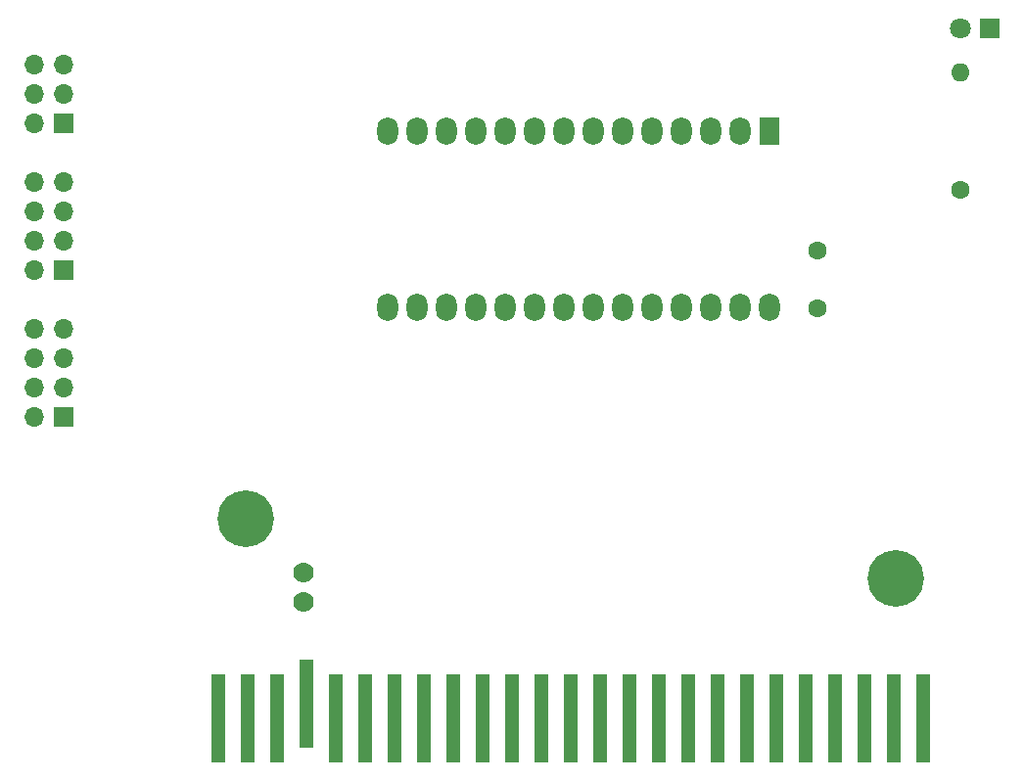
<source format=gts>
%TF.GenerationSoftware,KiCad,Pcbnew,8.0.2-1.fc38*%
%TF.CreationDate,2024-06-21T20:30:21+02:00*%
%TF.ProjectId,msx_eprom_cartridge_3.1,6d73785f-6570-4726-9f6d-5f6361727472,rev?*%
%TF.SameCoordinates,Original*%
%TF.FileFunction,Soldermask,Top*%
%TF.FilePolarity,Negative*%
%FSLAX46Y46*%
G04 Gerber Fmt 4.6, Leading zero omitted, Abs format (unit mm)*
G04 Created by KiCad (PCBNEW 8.0.2-1.fc38) date 2024-06-21 20:30:21*
%MOMM*%
%LPD*%
G01*
G04 APERTURE LIST*
%ADD10C,4.900000*%
%ADD11R,1.270000X7.620000*%
%ADD12R,1.700000X1.700000*%
%ADD13O,1.700000X1.700000*%
%ADD14C,1.600000*%
%ADD15C,1.778000*%
%ADD16R,1.800000X1.800000*%
%ADD17C,1.800000*%
%ADD18O,1.600000X1.600000*%
%ADD19R,1.800000X2.400000*%
%ADD20O,1.800000X2.400000*%
G04 APERTURE END LIST*
D10*
%TO.C,CN1*%
X128745000Y-105955000D03*
X184945000Y-111055000D03*
D11*
X187325000Y-123190000D03*
X184785000Y-123190000D03*
X182245000Y-123190000D03*
X179705000Y-123190000D03*
X177165000Y-123190000D03*
X174625000Y-123190000D03*
X172085000Y-123190000D03*
X169545000Y-123190000D03*
X167005000Y-123190000D03*
X164465000Y-123190000D03*
X161925000Y-123190000D03*
X159385000Y-123190000D03*
X156845000Y-123190000D03*
X154305000Y-123190000D03*
X151765000Y-123190000D03*
X149225000Y-123190000D03*
X146685000Y-123190000D03*
X144145000Y-123190000D03*
X141605000Y-123190000D03*
X139065000Y-123190000D03*
X136525000Y-123190000D03*
X133985000Y-121920000D03*
X131445000Y-123190000D03*
X128905000Y-123190000D03*
X126365000Y-123190000D03*
%TD*%
D12*
%TO.C,JP3*%
X112965000Y-97145000D03*
D13*
X110425000Y-97145000D03*
X112965000Y-94605000D03*
X110425000Y-94605000D03*
X112965000Y-92065000D03*
X110425000Y-92065000D03*
X112965000Y-89525000D03*
X110425000Y-89525000D03*
%TD*%
D14*
%TO.C,C2*%
X178181000Y-87720000D03*
X178181000Y-82720000D03*
%TD*%
D15*
%TO.C,C1*%
X133730000Y-110610000D03*
X133730000Y-113150000D03*
%TD*%
D16*
%TO.C,D1*%
X193040000Y-63500000D03*
D17*
X190500000Y-63500000D03*
%TD*%
D14*
%TO.C,R1*%
X190500000Y-77490000D03*
D18*
X190500000Y-67330000D03*
%TD*%
D19*
%TO.C,U1*%
X173980000Y-72350000D03*
D20*
X171440000Y-72350000D03*
X168900000Y-72350000D03*
X166360000Y-72350000D03*
X163820000Y-72350000D03*
X161280000Y-72350000D03*
X158740000Y-72350000D03*
X156200000Y-72350000D03*
X153660000Y-72350000D03*
X151120000Y-72350000D03*
X148580000Y-72350000D03*
X146040000Y-72350000D03*
X143500000Y-72350000D03*
X140960000Y-72350000D03*
X140960000Y-87590000D03*
X143500000Y-87590000D03*
X146040000Y-87590000D03*
X148580000Y-87590000D03*
X151120000Y-87590000D03*
X153660000Y-87590000D03*
X156200000Y-87590000D03*
X158740000Y-87590000D03*
X161280000Y-87590000D03*
X163820000Y-87590000D03*
X166360000Y-87590000D03*
X168900000Y-87590000D03*
X171440000Y-87590000D03*
X173980000Y-87590000D03*
%TD*%
D12*
%TO.C,JP1*%
X112965000Y-71745000D03*
D13*
X110425000Y-71745000D03*
X112965000Y-69205000D03*
X110425000Y-69205000D03*
X112965000Y-66665000D03*
X110425000Y-66665000D03*
%TD*%
D12*
%TO.C,JP2*%
X112965000Y-84445000D03*
D13*
X110425000Y-84445000D03*
X112965000Y-81905000D03*
X110425000Y-81905000D03*
X112965000Y-79365000D03*
X110425000Y-79365000D03*
X112965000Y-76825000D03*
X110425000Y-76825000D03*
%TD*%
M02*

</source>
